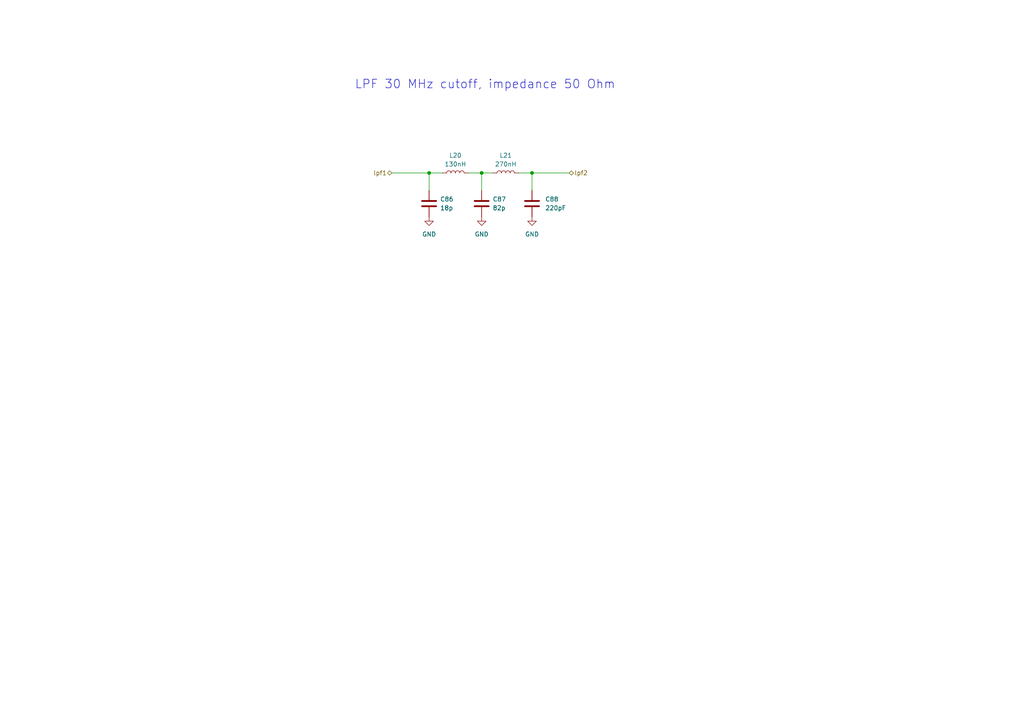
<source format=kicad_sch>
(kicad_sch (version 20230121) (generator eeschema)
  (paper "A4")
  (lib_symbols
    (symbol "Device:C" (pin_numbers hide) (pin_names (offset 0.254))
      (property "Reference" "C" (at 0.635 2.54 0))
      (property "Value" "C" (at 0.635 -2.54 0))
      (symbol "C_0_1"
        (polyline (pts (xy -2.032 -0.762) (xy 2.032 -0.762)) (stroke (width 0.508)))
        (polyline (pts (xy -2.032 0.762) (xy 2.032 0.762)) (stroke (width 0.508)))
      )
      (symbol "C_1_1"
        (pin passive line (at 0 3.81 270) (length 2.794) (name "~") (number "1"))
        (pin passive line (at 0 -3.81 90) (length 2.794) (name "~") (number "2"))
      )
    )
    (symbol "Device:L" (pin_numbers hide) (pin_names (offset 1.016) hide)
      (property "Reference" "L" (at -1.27 0 90))
      (property "Value" "L" (at 1.905 0 90))
      (symbol "L_0_1"
        (arc (start 0 -2.54) (mid 0.6323 -1.905) (end 0 -1.27))
        (arc (start 0 -1.27) (mid 0.6323 -0.635) (end 0 0))
        (arc (start 0 0) (mid 0.6323 0.635) (end 0 1.27))
        (arc (start 0 1.27) (mid 0.6323 1.905) (end 0 2.54))
      )
      (symbol "L_1_1"
        (pin passive line (at 0 3.81 270) (length 1.27) (name "1") (number "1"))
        (pin passive line (at 0 -3.81 90) (length 1.27) (name "2") (number "2"))
      )
    )
    (symbol "power:GND" (power) (pin_names (offset 0))
      (property "Value" "GND" (at 0 -3.81 0))
      (symbol "GND_0_1"
        (polyline (pts (xy 0 0) (xy 0 -1.27) (xy 1.27 -1.27) (xy 0 -2.54) (xy -1.27 -1.27) (xy 0 -1.27)))
      )
      (symbol "GND_1_1"
        (pin power_in line (at 0 0 270) (length 0) hide (name "GND") (number "1"))
      )
    )
  )
  (junction (at 139.7 50.165))
  (junction (at 124.46 50.165))
  (junction (at 154.305 50.165))
  (wire (pts (xy 124.46 50.165) (xy 128.27 50.165)))
  (wire (pts (xy 139.7 50.165) (xy 142.875 50.165)))
  (wire (pts (xy 124.46 55.245) (xy 124.46 50.165)))
  (wire (pts (xy 139.7 50.165) (xy 139.7 55.245)))
  (wire (pts (xy 150.495 50.165) (xy 154.305 50.165)))
  (wire (pts (xy 113.665 50.165) (xy 124.46 50.165)))
  (wire (pts (xy 154.305 50.165) (xy 154.305 55.245)))
  (wire (pts (xy 165.1 50.165) (xy 154.305 50.165)))
  (wire (pts (xy 135.89 50.165) (xy 139.7 50.165)))
  (text "LPF 30 MHz cutoff, impedance 50 Ohm" (at 102.87 26.035 0) (effects (font (size 2.5 2.5)) (justify left bottom)))
  (hierarchical_label "lpf2" (shape bidirectional) (at 165.1 50.165 0))
  (hierarchical_label "lpf1" (shape bidirectional) (at 113.665 50.165 180))
  (symbol (lib_id "Device:L") (at 146.685 50.165 90) (unit 1)
    (property "Reference" "L21" (at 146.685 45.085 90))
    (property "Value" "270nH" (at 146.685 47.625 90))
  )
  (symbol (lib_id "Device:C") (at 154.305 59.055 0) (unit 1)
    (property "Reference" "C88" (at 158.115 57.785 0) (effects (justify left)))
    (property "Value" "220pF" (at 158.115 60.325 0) (effects (justify left)))
  )
  (symbol (lib_id "Device:C") (at 139.7 59.055 0) (unit 1)
    (property "Reference" "C87" (at 142.875 57.785 0) (effects (justify left)))
    (property "Value" "82p" (at 142.875 60.325 0) (effects (justify left)))
  )
  (symbol (lib_id "power:GND") (at 139.7 62.865 0) (unit 1)
    (property "Reference" "#PWR0130" (effects hide))
    (property "Value" "GND" (at 139.7 67.945 0))
  )
  (symbol (lib_id "Device:C") (at 124.46 59.055 0) (unit 1)
    (property "Reference" "C86" (at 127.635 57.785 0) (effects (justify left)))
    (property "Value" "18p" (at 127.635 60.325 0) (effects (justify left)))
  )
  (symbol (lib_id "power:GND") (at 154.305 62.865 0) (unit 1)
    (property "Reference" "#PWR0131" (effects hide))
    (property "Value" "GND" (at 154.305 67.945 0))
  )
  (symbol (lib_id "power:GND") (at 124.46 62.865 0) (unit 1)
    (property "Reference" "#PWR0129" (effects hide))
    (property "Value" "GND" (at 124.46 67.945 0))
  )
  (symbol (lib_id "Device:L") (at 132.08 50.165 90) (unit 1)
    (property "Reference" "L20" (at 132.08 45.085 90))
    (property "Value" "130nH" (at 132.08 47.625 90))
  )
)
</source>
